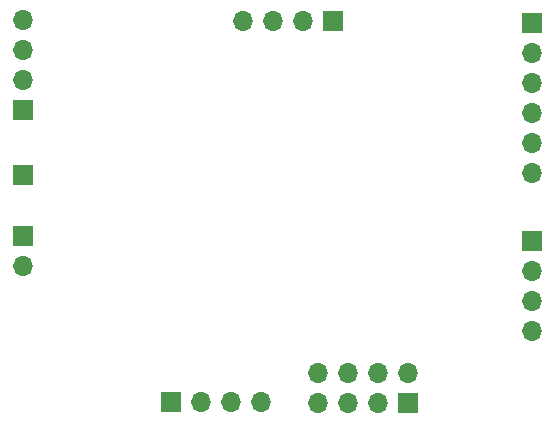
<source format=gbr>
G04 #@! TF.GenerationSoftware,KiCad,Pcbnew,5.0.2-bee76a0~70~ubuntu16.04.1*
G04 #@! TF.CreationDate,2021-02-05T17:40:51+03:00*
G04 #@! TF.ProjectId,das_auto_schema,6461735f-6175-4746-9f5f-736368656d61,rev?*
G04 #@! TF.SameCoordinates,Original*
G04 #@! TF.FileFunction,Copper,L2,Bot*
G04 #@! TF.FilePolarity,Positive*
%FSLAX46Y46*%
G04 Gerber Fmt 4.6, Leading zero omitted, Abs format (unit mm)*
G04 Created by KiCad (PCBNEW 5.0.2-bee76a0~70~ubuntu16.04.1) date Fr 05 Feb 2021 17:40:51 MSK*
%MOMM*%
%LPD*%
G01*
G04 APERTURE LIST*
G04 #@! TA.AperFunction,ComponentPad*
%ADD10R,1.700000X1.700000*%
G04 #@! TD*
G04 #@! TA.AperFunction,ComponentPad*
%ADD11O,1.700000X1.700000*%
G04 #@! TD*
G04 APERTURE END LIST*
D10*
G04 #@! TO.P,J2,1*
G04 #@! TO.N,+3V3*
X152476200Y-95885000D03*
D11*
G04 #@! TO.P,J2,2*
G04 #@! TO.N,GND*
X152476200Y-93345000D03*
G04 #@! TO.P,J2,3*
G04 #@! TO.N,/SS*
X149936200Y-95885000D03*
G04 #@! TO.P,J2,4*
G04 #@! TO.N,/CE*
X149936200Y-93345000D03*
G04 #@! TO.P,J2,5*
G04 #@! TO.N,/STM32F405/SPI_MOSI*
X147396200Y-95885000D03*
G04 #@! TO.P,J2,6*
G04 #@! TO.N,/STM32F405/SPI_SCK*
X147396200Y-93345000D03*
G04 #@! TO.P,J2,7*
G04 #@! TO.N,/STM32F405/IRQ*
X144856200Y-95885000D03*
G04 #@! TO.P,J2,8*
G04 #@! TO.N,/STM32F405/SPI_MISO*
X144856200Y-93345000D03*
G04 #@! TD*
D10*
G04 #@! TO.P,J5,1*
G04 #@! TO.N,+3V3*
X162966400Y-63728600D03*
D11*
G04 #@! TO.P,J5,2*
G04 #@! TO.N,/STM32F405/JTDO*
X162966400Y-66268600D03*
G04 #@! TO.P,J5,3*
G04 #@! TO.N,/STM32F405/JTDI*
X162966400Y-68808600D03*
G04 #@! TO.P,J5,4*
G04 #@! TO.N,/STM32F405/JTCK*
X162966400Y-71348600D03*
G04 #@! TO.P,J5,5*
G04 #@! TO.N,/STM32F405/JTMS*
X162966400Y-73888600D03*
G04 #@! TO.P,J5,6*
G04 #@! TO.N,GND*
X162966400Y-76428600D03*
G04 #@! TD*
D10*
G04 #@! TO.P,J1,1*
G04 #@! TO.N,GND*
X119888000Y-81788000D03*
D11*
G04 #@! TO.P,J1,2*
G04 #@! TO.N,/LDO/VIN*
X119888000Y-84328000D03*
G04 #@! TD*
D10*
G04 #@! TO.P,J3,1*
G04 #@! TO.N,/STM32F405/RST*
X119888000Y-76581000D03*
G04 #@! TD*
G04 #@! TO.P,J4,1*
G04 #@! TO.N,+3V3*
X146151600Y-63525400D03*
D11*
G04 #@! TO.P,J4,2*
G04 #@! TO.N,/STM32F405/I2C_SCL*
X143611600Y-63525400D03*
G04 #@! TO.P,J4,3*
G04 #@! TO.N,/STM32F405/I2C_SDA*
X141071600Y-63525400D03*
G04 #@! TO.P,J4,4*
G04 #@! TO.N,GND*
X138531600Y-63525400D03*
G04 #@! TD*
D10*
G04 #@! TO.P,J6,1*
G04 #@! TO.N,+3V3*
X132410200Y-95783400D03*
D11*
G04 #@! TO.P,J6,2*
G04 #@! TO.N,/STM32F405/UART_TX*
X134950200Y-95783400D03*
G04 #@! TO.P,J6,3*
G04 #@! TO.N,/STM32F405/UART_RX*
X137490200Y-95783400D03*
G04 #@! TO.P,J6,4*
G04 #@! TO.N,GND*
X140030200Y-95783400D03*
G04 #@! TD*
G04 #@! TO.P,J7,4*
G04 #@! TO.N,/STM32F405/Button_FORWARD*
X119888000Y-63500000D03*
G04 #@! TO.P,J7,3*
G04 #@! TO.N,/STM32F405/Button_BACK*
X119888000Y-66040000D03*
G04 #@! TO.P,J7,2*
G04 #@! TO.N,/STM32F405/Button_RIGHT*
X119888000Y-68580000D03*
D10*
G04 #@! TO.P,J7,1*
G04 #@! TO.N,/STM32F405/Button_LEFT*
X119888000Y-71120000D03*
G04 #@! TD*
G04 #@! TO.P,J8,1*
G04 #@! TO.N,/STM32F405/GPIO_4*
X162941000Y-82194400D03*
D11*
G04 #@! TO.P,J8,2*
G04 #@! TO.N,/STM32F405/GPIO_3*
X162941000Y-84734400D03*
G04 #@! TO.P,J8,3*
G04 #@! TO.N,/STM32F405/GPIO_2*
X162941000Y-87274400D03*
G04 #@! TO.P,J8,4*
G04 #@! TO.N,/STM32F405/GPIO_1*
X162941000Y-89814400D03*
G04 #@! TD*
M02*

</source>
